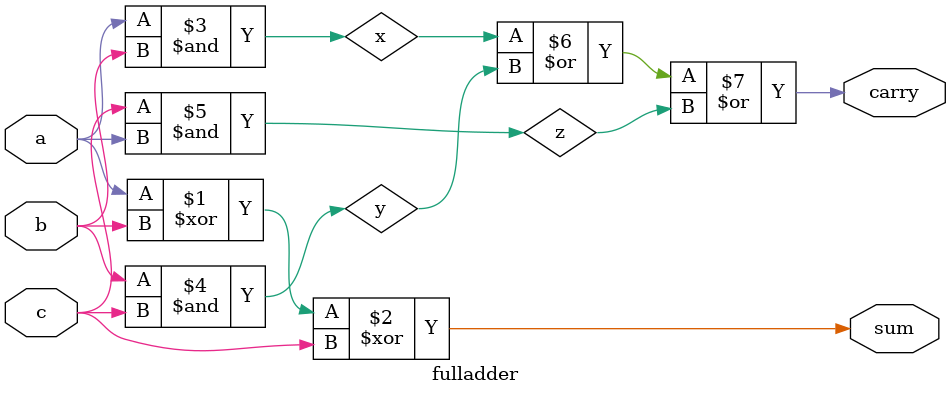
<source format=v>
module fulladder(sum,carry,a,b,c);
	input a,b,c;
	output sum,carry;
	
	wire x,y,z;
	
	xor a1(sum,a,b,c); //sum
	and a2(x,a,b);
	and a3(y,b,c);
	and a4(z,c,a);
	or a5(carry,x,y,z);
	
endmodule

</source>
